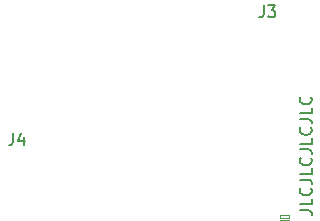
<source format=gto>
%TF.GenerationSoftware,KiCad,Pcbnew,9.0.3*%
%TF.CreationDate,2025-08-12T01:43:15+03:00*%
%TF.ProjectId,EVF_extender,4556465f-6578-4746-956e-6465722e6b69,rev?*%
%TF.SameCoordinates,Original*%
%TF.FileFunction,Legend,Top*%
%TF.FilePolarity,Positive*%
%FSLAX46Y46*%
G04 Gerber Fmt 4.6, Leading zero omitted, Abs format (unit mm)*
G04 Created by KiCad (PCBNEW 9.0.3) date 2025-08-12 01:43:15*
%MOMM*%
%LPD*%
G01*
G04 APERTURE LIST*
G04 Aperture macros list*
%AMRoundRect*
0 Rectangle with rounded corners*
0 $1 Rounding radius*
0 $2 $3 $4 $5 $6 $7 $8 $9 X,Y pos of 4 corners*
0 Add a 4 corners polygon primitive as box body*
4,1,4,$2,$3,$4,$5,$6,$7,$8,$9,$2,$3,0*
0 Add four circle primitives for the rounded corners*
1,1,$1+$1,$2,$3*
1,1,$1+$1,$4,$5*
1,1,$1+$1,$6,$7*
1,1,$1+$1,$8,$9*
0 Add four rect primitives between the rounded corners*
20,1,$1+$1,$2,$3,$4,$5,0*
20,1,$1+$1,$4,$5,$6,$7,0*
20,1,$1+$1,$6,$7,$8,$9,0*
20,1,$1+$1,$8,$9,$2,$3,0*%
%AMFreePoly0*
4,1,9,0.275000,0.040000,0.275000,-0.040000,0.230000,-0.090000,0.200000,-0.090000,-0.200000,-0.090000,-0.275000,-0.090000,-0.275000,0.090000,0.230000,0.090000,0.275000,0.040000,0.275000,0.040000,$1*%
%AMFreePoly1*
4,1,7,0.350000,-0.090000,-0.300000,-0.090000,-0.350000,-0.040000,-0.350000,0.040000,-0.300000,0.090000,0.350000,0.090000,0.350000,-0.090000,0.350000,-0.090000,$1*%
G04 Aperture macros list end*
%ADD10C,0.187500*%
%ADD11C,0.150000*%
%ADD12C,0.100000*%
%ADD13FreePoly0,0.000000*%
%ADD14FreePoly1,0.000000*%
%ADD15RoundRect,0.010000X0.400000X0.090000X-0.400000X0.090000X-0.400000X-0.090000X0.400000X-0.090000X0*%
%ADD16R,0.650000X0.180000*%
%ADD17R,0.800000X0.180000*%
%ADD18R,0.950000X0.400000*%
G04 APERTURE END LIST*
D10*
X158307869Y-82629048D02*
X159022154Y-82629048D01*
X159022154Y-82629048D02*
X159165011Y-82676667D01*
X159165011Y-82676667D02*
X159260250Y-82771905D01*
X159260250Y-82771905D02*
X159307869Y-82914762D01*
X159307869Y-82914762D02*
X159307869Y-83010000D01*
X159307869Y-81676667D02*
X159307869Y-82152857D01*
X159307869Y-82152857D02*
X158307869Y-82152857D01*
X159212630Y-80771905D02*
X159260250Y-80819524D01*
X159260250Y-80819524D02*
X159307869Y-80962381D01*
X159307869Y-80962381D02*
X159307869Y-81057619D01*
X159307869Y-81057619D02*
X159260250Y-81200476D01*
X159260250Y-81200476D02*
X159165011Y-81295714D01*
X159165011Y-81295714D02*
X159069773Y-81343333D01*
X159069773Y-81343333D02*
X158879297Y-81390952D01*
X158879297Y-81390952D02*
X158736440Y-81390952D01*
X158736440Y-81390952D02*
X158545964Y-81343333D01*
X158545964Y-81343333D02*
X158450726Y-81295714D01*
X158450726Y-81295714D02*
X158355488Y-81200476D01*
X158355488Y-81200476D02*
X158307869Y-81057619D01*
X158307869Y-81057619D02*
X158307869Y-80962381D01*
X158307869Y-80962381D02*
X158355488Y-80819524D01*
X158355488Y-80819524D02*
X158403107Y-80771905D01*
X158307869Y-80057619D02*
X159022154Y-80057619D01*
X159022154Y-80057619D02*
X159165011Y-80105238D01*
X159165011Y-80105238D02*
X159260250Y-80200476D01*
X159260250Y-80200476D02*
X159307869Y-80343333D01*
X159307869Y-80343333D02*
X159307869Y-80438571D01*
X159307869Y-79105238D02*
X159307869Y-79581428D01*
X159307869Y-79581428D02*
X158307869Y-79581428D01*
X159212630Y-78200476D02*
X159260250Y-78248095D01*
X159260250Y-78248095D02*
X159307869Y-78390952D01*
X159307869Y-78390952D02*
X159307869Y-78486190D01*
X159307869Y-78486190D02*
X159260250Y-78629047D01*
X159260250Y-78629047D02*
X159165011Y-78724285D01*
X159165011Y-78724285D02*
X159069773Y-78771904D01*
X159069773Y-78771904D02*
X158879297Y-78819523D01*
X158879297Y-78819523D02*
X158736440Y-78819523D01*
X158736440Y-78819523D02*
X158545964Y-78771904D01*
X158545964Y-78771904D02*
X158450726Y-78724285D01*
X158450726Y-78724285D02*
X158355488Y-78629047D01*
X158355488Y-78629047D02*
X158307869Y-78486190D01*
X158307869Y-78486190D02*
X158307869Y-78390952D01*
X158307869Y-78390952D02*
X158355488Y-78248095D01*
X158355488Y-78248095D02*
X158403107Y-78200476D01*
X158307869Y-77486190D02*
X159022154Y-77486190D01*
X159022154Y-77486190D02*
X159165011Y-77533809D01*
X159165011Y-77533809D02*
X159260250Y-77629047D01*
X159260250Y-77629047D02*
X159307869Y-77771904D01*
X159307869Y-77771904D02*
X159307869Y-77867142D01*
X159307869Y-76533809D02*
X159307869Y-77009999D01*
X159307869Y-77009999D02*
X158307869Y-77009999D01*
X159212630Y-75629047D02*
X159260250Y-75676666D01*
X159260250Y-75676666D02*
X159307869Y-75819523D01*
X159307869Y-75819523D02*
X159307869Y-75914761D01*
X159307869Y-75914761D02*
X159260250Y-76057618D01*
X159260250Y-76057618D02*
X159165011Y-76152856D01*
X159165011Y-76152856D02*
X159069773Y-76200475D01*
X159069773Y-76200475D02*
X158879297Y-76248094D01*
X158879297Y-76248094D02*
X158736440Y-76248094D01*
X158736440Y-76248094D02*
X158545964Y-76200475D01*
X158545964Y-76200475D02*
X158450726Y-76152856D01*
X158450726Y-76152856D02*
X158355488Y-76057618D01*
X158355488Y-76057618D02*
X158307869Y-75914761D01*
X158307869Y-75914761D02*
X158307869Y-75819523D01*
X158307869Y-75819523D02*
X158355488Y-75676666D01*
X158355488Y-75676666D02*
X158403107Y-75629047D01*
X158307869Y-74914761D02*
X159022154Y-74914761D01*
X159022154Y-74914761D02*
X159165011Y-74962380D01*
X159165011Y-74962380D02*
X159260250Y-75057618D01*
X159260250Y-75057618D02*
X159307869Y-75200475D01*
X159307869Y-75200475D02*
X159307869Y-75295713D01*
X159307869Y-73962380D02*
X159307869Y-74438570D01*
X159307869Y-74438570D02*
X158307869Y-74438570D01*
X159212630Y-73057618D02*
X159260250Y-73105237D01*
X159260250Y-73105237D02*
X159307869Y-73248094D01*
X159307869Y-73248094D02*
X159307869Y-73343332D01*
X159307869Y-73343332D02*
X159260250Y-73486189D01*
X159260250Y-73486189D02*
X159165011Y-73581427D01*
X159165011Y-73581427D02*
X159069773Y-73629046D01*
X159069773Y-73629046D02*
X158879297Y-73676665D01*
X158879297Y-73676665D02*
X158736440Y-73676665D01*
X158736440Y-73676665D02*
X158545964Y-73629046D01*
X158545964Y-73629046D02*
X158450726Y-73581427D01*
X158450726Y-73581427D02*
X158355488Y-73486189D01*
X158355488Y-73486189D02*
X158307869Y-73343332D01*
X158307869Y-73343332D02*
X158307869Y-73248094D01*
X158307869Y-73248094D02*
X158355488Y-73105237D01*
X158355488Y-73105237D02*
X158403107Y-73057618D01*
D11*
X134016666Y-76134819D02*
X134016666Y-76849104D01*
X134016666Y-76849104D02*
X133969047Y-76991961D01*
X133969047Y-76991961D02*
X133873809Y-77087200D01*
X133873809Y-77087200D02*
X133730952Y-77134819D01*
X133730952Y-77134819D02*
X133635714Y-77134819D01*
X134921428Y-76468152D02*
X134921428Y-77134819D01*
X134683333Y-76087200D02*
X134445238Y-76801485D01*
X134445238Y-76801485D02*
X135064285Y-76801485D01*
X155236666Y-65304819D02*
X155236666Y-66019104D01*
X155236666Y-66019104D02*
X155189047Y-66161961D01*
X155189047Y-66161961D02*
X155093809Y-66257200D01*
X155093809Y-66257200D02*
X154950952Y-66304819D01*
X154950952Y-66304819D02*
X154855714Y-66304819D01*
X155617619Y-65304819D02*
X156236666Y-65304819D01*
X156236666Y-65304819D02*
X155903333Y-65685771D01*
X155903333Y-65685771D02*
X156046190Y-65685771D01*
X156046190Y-65685771D02*
X156141428Y-65733390D01*
X156141428Y-65733390D02*
X156189047Y-65781009D01*
X156189047Y-65781009D02*
X156236666Y-65876247D01*
X156236666Y-65876247D02*
X156236666Y-66114342D01*
X156236666Y-66114342D02*
X156189047Y-66209580D01*
X156189047Y-66209580D02*
X156141428Y-66257200D01*
X156141428Y-66257200D02*
X156046190Y-66304819D01*
X156046190Y-66304819D02*
X155760476Y-66304819D01*
X155760476Y-66304819D02*
X155665238Y-66257200D01*
X155665238Y-66257200D02*
X155617619Y-66209580D01*
%LPC*%
D12*
%TO.C,J4*%
X134010000Y-91250000D02*
X132370000Y-91250000D01*
X132370000Y-78750000D01*
X134010000Y-78750000D01*
X134010000Y-91250000D01*
G36*
X134010000Y-91250000D02*
G01*
X132370000Y-91250000D01*
X132370000Y-78750000D01*
X134010000Y-78750000D01*
X134010000Y-91250000D01*
G37*
%TD*%
D13*
%TO.C,J4*%
X132850000Y-79000000D03*
D14*
X133500000Y-79200000D03*
D13*
X132850000Y-79400000D03*
D14*
X133500000Y-79600000D03*
D13*
X132850000Y-79800000D03*
D14*
X133500000Y-80000000D03*
D13*
X132850000Y-80200000D03*
D14*
X133500000Y-80400000D03*
D13*
X132850000Y-80600000D03*
D14*
X133500000Y-80800000D03*
D13*
X132850000Y-81000000D03*
D14*
X133500000Y-81200000D03*
D13*
X132850000Y-81400000D03*
D14*
X133500000Y-81600000D03*
D13*
X132850000Y-81800000D03*
D14*
X133500000Y-82000000D03*
D13*
X132850000Y-82200000D03*
D14*
X133500000Y-82400000D03*
D13*
X132850000Y-82600000D03*
D14*
X133500000Y-82800000D03*
D13*
X132850000Y-83000000D03*
D14*
X133500000Y-83200000D03*
D13*
X132850000Y-83400000D03*
D14*
X133500000Y-83600000D03*
D13*
X132850000Y-83800000D03*
D14*
X133500000Y-84000000D03*
D13*
X132850000Y-84200000D03*
D14*
X133500000Y-84400000D03*
D13*
X132850000Y-84600000D03*
D14*
X133500000Y-84800000D03*
D13*
X132850000Y-85000000D03*
D14*
X133500000Y-85200000D03*
D13*
X132850000Y-85400000D03*
D14*
X133500000Y-85600000D03*
D13*
X132850000Y-85800000D03*
D14*
X133500000Y-86000000D03*
D13*
X132850000Y-86200000D03*
D14*
X133500000Y-86400000D03*
D13*
X132850000Y-86600000D03*
D14*
X133500000Y-86800000D03*
D13*
X132850000Y-87000000D03*
D14*
X133500000Y-87200000D03*
D13*
X132850000Y-87400000D03*
D14*
X133500000Y-87600000D03*
D13*
X132850000Y-87800000D03*
D14*
X133500000Y-88000000D03*
D13*
X132850000Y-88200000D03*
D14*
X133500000Y-88400000D03*
D13*
X132850000Y-88600000D03*
D14*
X133500000Y-88800000D03*
D13*
X132850000Y-89000000D03*
D14*
X133500000Y-89200000D03*
D13*
X132850000Y-89400000D03*
D14*
X133500000Y-89600000D03*
D13*
X132850000Y-89800000D03*
D14*
X133500000Y-90000000D03*
D13*
X132850000Y-90200000D03*
D14*
X133500000Y-90400000D03*
D13*
X132850000Y-90600000D03*
D14*
X133500000Y-90800000D03*
D13*
X132850000Y-91000000D03*
%TD*%
D15*
%TO.C,J3*%
X157010000Y-84000000D03*
D16*
X154135000Y-83800000D03*
D15*
X157010000Y-83600000D03*
D16*
X154135000Y-83400000D03*
D15*
X157010000Y-83200000D03*
D16*
X154135000Y-83000000D03*
D17*
X157010000Y-82800000D03*
D16*
X154135000Y-82600000D03*
D17*
X157010000Y-82400000D03*
D16*
X154135000Y-82200000D03*
D17*
X157010000Y-82000000D03*
D16*
X154135000Y-81800000D03*
D17*
X157010000Y-81600000D03*
D16*
X154135000Y-81400000D03*
D17*
X157010000Y-81200000D03*
D16*
X154135000Y-81000000D03*
D17*
X157010000Y-80800000D03*
D16*
X154135000Y-80600000D03*
D17*
X157010000Y-80400000D03*
D16*
X154135000Y-80200000D03*
D17*
X157010000Y-80000000D03*
D16*
X154135000Y-79800000D03*
D17*
X157010000Y-79600000D03*
D16*
X154135000Y-79400000D03*
D17*
X157010000Y-79200000D03*
D16*
X154135000Y-79000000D03*
D17*
X157010000Y-78800000D03*
D16*
X154135000Y-78600000D03*
D17*
X157010000Y-78400000D03*
D16*
X154135000Y-78200000D03*
D17*
X157010000Y-78000000D03*
D16*
X154135000Y-77800000D03*
D17*
X157010000Y-77600000D03*
D16*
X154135000Y-77400000D03*
D17*
X157010000Y-77200000D03*
D16*
X154135000Y-77000000D03*
D17*
X157010000Y-76800000D03*
D16*
X154135000Y-76600000D03*
D17*
X157010000Y-76400000D03*
D16*
X154135000Y-76200000D03*
D17*
X157010000Y-76000000D03*
D16*
X154135000Y-75800000D03*
D17*
X157010000Y-75600000D03*
D16*
X154135000Y-75400000D03*
D17*
X157010000Y-75200000D03*
D16*
X154135000Y-75000000D03*
D17*
X157010000Y-74800000D03*
D16*
X154135000Y-74600000D03*
D17*
X157010000Y-74400000D03*
D16*
X154135000Y-74200000D03*
D17*
X157010000Y-74000000D03*
D16*
X154135000Y-73800000D03*
D17*
X157010000Y-73600000D03*
D16*
X154135000Y-73400000D03*
D17*
X157010000Y-73200000D03*
D16*
X154135000Y-73000000D03*
D17*
X157010000Y-72800000D03*
D16*
X154135000Y-72600000D03*
D17*
X157010000Y-72400000D03*
D16*
X154135000Y-72200000D03*
D17*
X157010000Y-72000000D03*
D18*
X156735000Y-84700000D03*
X156735000Y-71300000D03*
%TD*%
%LPD*%
M02*

</source>
